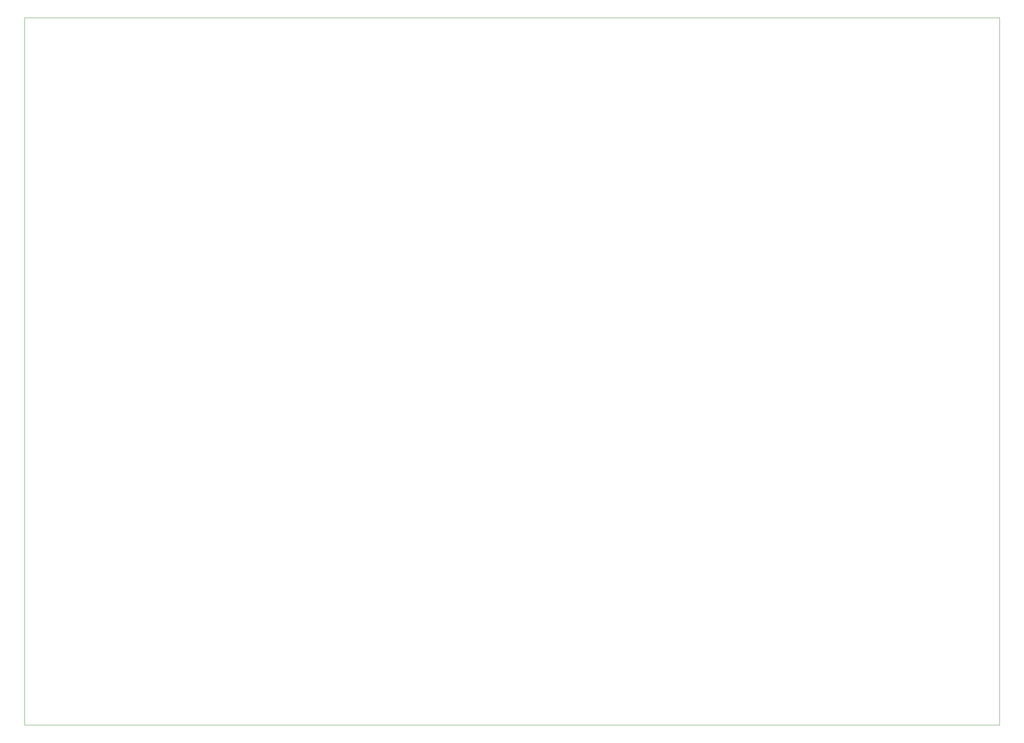
<source format=gbr>
%TF.GenerationSoftware,KiCad,Pcbnew,(6.0.11)*%
%TF.CreationDate,2023-04-19T09:31:43-03:00*%
%TF.ProjectId,qds-cv,7164732d-6376-42e6-9b69-6361645f7063,rev?*%
%TF.SameCoordinates,Original*%
%TF.FileFunction,Profile,NP*%
%FSLAX46Y46*%
G04 Gerber Fmt 4.6, Leading zero omitted, Abs format (unit mm)*
G04 Created by KiCad (PCBNEW (6.0.11)) date 2023-04-19 09:31:43*
%MOMM*%
%LPD*%
G01*
G04 APERTURE LIST*
%TA.AperFunction,Profile*%
%ADD10C,0.100000*%
%TD*%
G04 APERTURE END LIST*
D10*
X100000000Y-40000000D02*
X319000000Y-40000000D01*
X319000000Y-40000000D02*
X319000000Y-199000000D01*
X319000000Y-199000000D02*
X100000000Y-199000000D01*
X100000000Y-199000000D02*
X100000000Y-40000000D01*
M02*

</source>
